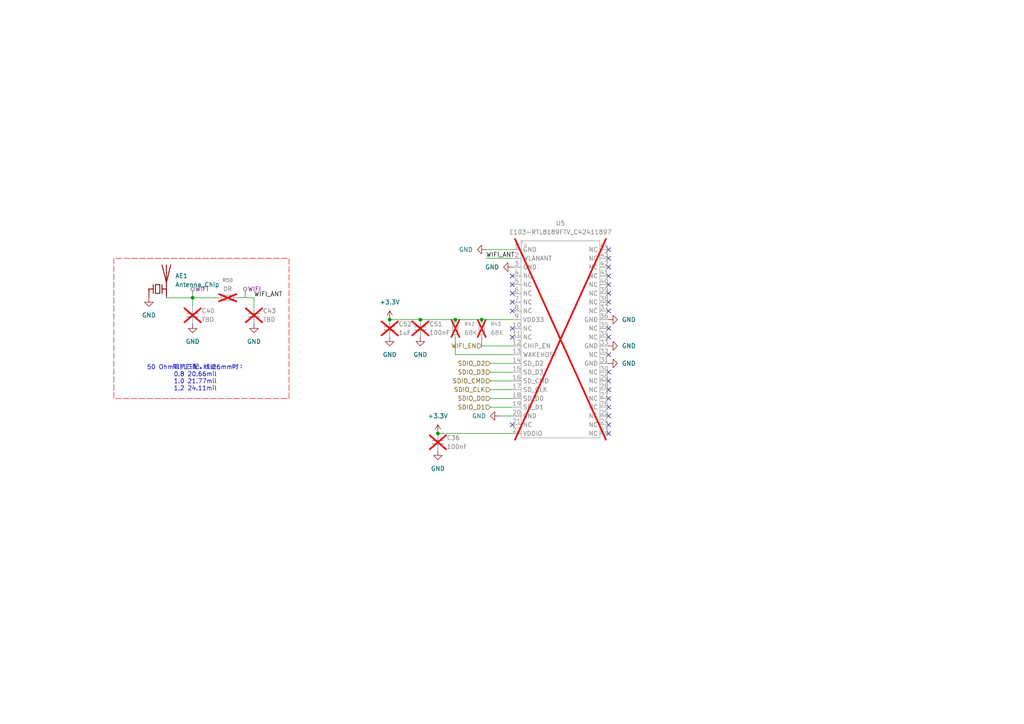
<source format=kicad_sch>
(kicad_sch (version 20250114) (generator "eeschema") (generator_version "9.0")
  (paper "A4")
  (title_block (title "明日方舟电子通行证") (date "2025-11-19") (rev "V0.2") (company "Shirogane Tsumugi"))
  (lib_symbols
    (symbol "Device:Antenna_Chip" (pin_numbers (hide yes)) (pin_names (offset 1.016) (hide yes))
      (property "Reference" "AE" (at 0 5.08 0))
      (property "Value" "Antenna_Chip" (at 0 3.175 0))
      (symbol "Antenna_Chip_0_1"
        (polyline (pts (xy -2.54 0) (xy -2.54 -0.635)) (stroke (width 0.254)))
        (polyline (pts (xy -2.54 0) (xy -1.27 0)) (stroke (width 0.254)))
        (polyline (pts (xy -1.27 1.27) (xy -1.27 -1.27) (xy -1.27 0)) (stroke (width 0.254)))
        (polyline (pts (xy -0.635 1.27) (xy 0.635 1.27) (xy 0.635 -1.27) (xy -0.635 -1.27) (xy -0.635 1.27)) (stroke (width 0.254)))
        (polyline (pts (xy 1.27 1.27) (xy 1.27 -1.27)) (stroke (width 0.254)))
        (polyline (pts (xy 1.27 0) (xy 2.54 0)) (stroke (width 0.254)))
        (polyline (pts (xy 2.54 6.985) (xy 2.54 -1.905)) (stroke (width 0.254)))
        (polyline (pts (xy 2.54 -0.635) (xy 2.54 0)))
        (polyline (pts (xy 3.81 6.985) (xy 2.54 1.905) (xy 1.27 6.985)) (stroke (width 0.254)))
      )
      (symbol "Antenna_Chip_1_1"
        (pin input line (at -2.54 -2.54 90) (length 2.54) (name "FEED") (number "1"))
        (pin passive line (at 2.54 -2.54 90) (length 2.54) (name "PCB_Trace") (number "2"))
      )
    )
    (symbol "Device:C_Small" (pin_numbers (hide yes)) (pin_names (offset 0.254) (hide yes))
      (property "Reference" "C" (at 0.254 1.778 0))
      (property "Value" "C_Small" (at 0.254 -2.032 0))
      (symbol "C_Small_0_1"
        (polyline (pts (xy -1.524 0.508) (xy 1.524 0.508)) (stroke (width 0.3048)))
        (polyline (pts (xy -1.524 -0.508) (xy 1.524 -0.508)) (stroke (width 0.3302)))
      )
      (symbol "C_Small_1_1"
        (pin passive line (at 0 2.54 270) (length 2.032) (name "~") (number "1"))
        (pin passive line (at 0 -2.54 90) (length 2.032) (name "~") (number "2"))
      )
    )
    (symbol "Device:R_Small" (pin_numbers (hide yes)) (pin_names (offset 0.254) (hide yes))
      (property "Reference" "R" (at 0 0 90))
      (property "Value" "R_Small" (at 1.778 0 90))
      (symbol "R_Small_0_1"
        (rectangle (start -0.762 1.778) (end 0.762 -1.778) (stroke (width 0.2032)))
      )
      (symbol "R_Small_1_1"
        (pin passive line (at 0 2.54 270) (length 0.762) (name "~") (number "1"))
        (pin passive line (at 0 -2.54 90) (length 0.762) (name "~") (number "2"))
      )
    )
    (symbol "EasyEDA:E103-RTL8189FTV_C42411897"
      (property "Reference" "U" (at 0 33.02 0))
      (property "Value" "E103-RTL8189FTV_C42411897" (at 0 -30.48 0))
      (symbol "E103-RTL8189FTV_C42411897_0_1"
        (rectangle (start -12.7 30.48) (end -12.19 29.97) (fill (type background)))
        (rectangle (start -12.7 30.48) (end 10.16 -26.67))
        (circle (center -11.43 29.21) (radius 0.38))
        (pin unspecified line (at -15.24 27.94 0) (length 2.54) (name "GND") (number "1"))
        (pin unspecified line (at -15.24 25.4 0) (length 2.54) (name "WLANANT") (number "2"))
        (pin unspecified line (at -15.24 22.86 0) (length 2.54) (name "GND") (number "3"))
        (pin unspecified line (at -15.24 20.32 0) (length 2.54) (name "NC") (number "4"))
        (pin unspecified line (at -15.24 17.78 0) (length 2.54) (name "NC") (number "5"))
        (pin unspecified line (at -15.24 15.24 0) (length 2.54) (name "NC") (number "6"))
        (pin unspecified line (at -15.24 12.7 0) (length 2.54) (name "NC") (number "7"))
        (pin unspecified line (at -15.24 10.16 0) (length 2.54) (name "NC") (number "8"))
        (pin unspecified line (at -15.24 7.62 0) (length 2.54) (name "VDD33") (number "9"))
        (pin unspecified line (at -15.24 5.08 0) (length 2.54) (name "NC") (number "10"))
        (pin unspecified line (at -15.24 2.54 0) (length 2.54) (name "NC") (number "11"))
        (pin unspecified line (at -15.24 0 0) (length 2.54) (name "CHIP_EN") (number "12"))
        (pin unspecified line (at -15.24 -2.54 0) (length 2.54) (name "WAKEHOST") (number "13"))
        (pin unspecified line (at -15.24 -5.08 0) (length 2.54) (name "SD_D2") (number "14"))
        (pin unspecified line (at -15.24 -7.62 0) (length 2.54) (name "SD_D3") (number "15"))
        (pin unspecified line (at -15.24 -10.16 0) (length 2.54) (name "SD_CMD") (number "16"))
        (pin unspecified line (at -15.24 -12.7 0) (length 2.54) (name "SD_CLK") (number "17"))
        (pin unspecified line (at -15.24 -15.24 0) (length 2.54) (name "SD_D0") (number "18"))
        (pin unspecified line (at -15.24 -17.78 0) (length 2.54) (name "SD_D1") (number "19"))
        (pin unspecified line (at -15.24 -20.32 0) (length 2.54) (name "GND") (number "20"))
        (pin unspecified line (at -15.24 -22.86 0) (length 2.54) (name "NC") (number "21"))
        (pin unspecified line (at -15.24 -25.4 0) (length 2.54) (name "VDDIO") (number "22"))
        (pin unspecified line (at 12.7 27.94 180) (length 2.54) (name "NC") (number "44"))
        (pin unspecified line (at 12.7 25.4 180) (length 2.54) (name "NC") (number "43"))
        (pin unspecified line (at 12.7 22.86 180) (length 2.54) (name "NC") (number "42"))
        (pin unspecified line (at 12.7 20.32 180) (length 2.54) (name "NC") (number "41"))
        (pin unspecified line (at 12.7 17.78 180) (length 2.54) (name "NC") (number "40"))
        (pin unspecified line (at 12.7 15.24 180) (length 2.54) (name "NC") (number "39"))
        (pin unspecified line (at 12.7 12.7 180) (length 2.54) (name "NC") (number "38"))
        (pin unspecified line (at 12.7 10.16 180) (length 2.54) (name "NC") (number "37"))
        (pin unspecified line (at 12.7 7.62 180) (length 2.54) (name "GND") (number "36"))
        (pin unspecified line (at 12.7 5.08 180) (length 2.54) (name "NC") (number "35"))
        (pin unspecified line (at 12.7 2.54 180) (length 2.54) (name "NC") (number "34"))
        (pin unspecified line (at 12.7 0 180) (length 2.54) (name "GND") (number "33"))
        (pin unspecified line (at 12.7 -2.54 180) (length 2.54) (name "NC") (number "32"))
        (pin unspecified line (at 12.7 -5.08 180) (length 2.54) (name "GND") (number "31"))
        (pin unspecified line (at 12.7 -7.62 180) (length 2.54) (name "NC") (number "30"))
        (pin unspecified line (at 12.7 -10.16 180) (length 2.54) (name "NC") (number "29"))
        (pin unspecified line (at 12.7 -12.7 180) (length 2.54) (name "NC") (number "28"))
        (pin unspecified line (at 12.7 -15.24 180) (length 2.54) (name "NC") (number "27"))
        (pin unspecified line (at 12.7 -17.78 180) (length 2.54) (name "NC") (number "26"))
        (pin unspecified line (at 12.7 -20.32 180) (length 2.54) (name "NC") (number "25"))
        (pin unspecified line (at 12.7 -22.86 180) (length 2.54) (name "NC") (number "24"))
        (pin unspecified line (at 12.7 -25.4 180) (length 2.54) (name "NC") (number "23"))
      )
    )
    (symbol "power:+3.3V" (power) (pin_numbers (hide yes)) (pin_names (offset 0) (hide yes))
      (property "Value" "+3.3V" (at 0 3.556 0))
      (symbol "+3.3V_0_1"
        (polyline (pts (xy -0.762 1.27) (xy 0 2.54)))
        (polyline (pts (xy 0 2.54) (xy 0.762 1.27)))
        (polyline (pts (xy 0 0) (xy 0 2.54)))
      )
      (symbol "+3.3V_1_1"
        (pin power_in line (at 0 0 90) (length 0) (name "~") (number "1"))
      )
    )
    (symbol "power:GND" (power) (pin_numbers (hide yes)) (pin_names (offset 0) (hide yes))
      (property "Value" "GND" (at 0 -3.81 0))
      (symbol "GND_0_1"
        (polyline (pts (xy 0 0) (xy 0 -1.27) (xy 1.27 -1.27) (xy 0 -2.54) (xy -1.27 -1.27) (xy 0 -1.27)))
      )
      (symbol "GND_1_1"
        (pin power_in line (at 0 0 270) (length 0) (name "~") (number "1"))
      )
    )
  )
  (text "50 Ohm阻抗匹配。线迹6mm时：\n0.8 20.66mil\n1.0 21.77mil\n1.2 24.11mil" (at 56.642 109.728 0) (effects (font (size 1.27 1.27))))
  (junction (at 121.92 92.71))
  (junction (at 113.03 92.71))
  (junction (at 132.08 92.71))
  (junction (at 127 125.73))
  (junction (at 139.7 92.71))
  (junction (at 55.88 86.36))
  (no_connect (at 176.53 125.73))
  (no_connect (at 176.53 113.03))
  (no_connect (at 176.53 120.65))
  (no_connect (at 148.59 90.17))
  (no_connect (at 176.53 118.11))
  (no_connect (at 176.53 85.09))
  (no_connect (at 176.53 80.01))
  (no_connect (at 148.59 85.09))
  (no_connect (at 176.53 90.17))
  (no_connect (at 148.59 95.25))
  (no_connect (at 148.59 97.79))
  (no_connect (at 176.53 110.49))
  (no_connect (at 176.53 77.47))
  (no_connect (at 148.59 123.19))
  (no_connect (at 176.53 82.55))
  (no_connect (at 176.53 72.39))
  (no_connect (at 148.59 82.55))
  (no_connect (at 148.59 87.63))
  (no_connect (at 176.53 95.25))
  (no_connect (at 148.59 80.01))
  (no_connect (at 176.53 107.95))
  (no_connect (at 176.53 97.79))
  (no_connect (at 176.53 115.57))
  (no_connect (at 176.53 87.63))
  (no_connect (at 176.53 102.87))
  (no_connect (at 176.53 74.93))
  (no_connect (at 176.53 123.19))
  (wire (pts (xy 113.03 92.71) (xy 121.92 92.71)))
  (wire (pts (xy 139.7 97.79) (xy 139.7 100.33)))
  (wire (pts (xy 73.66 86.36) (xy 73.66 88.9)))
  (wire (pts (xy 142.24 118.11) (xy 148.59 118.11)))
  (wire (pts (xy 142.24 113.03) (xy 148.59 113.03)))
  (wire (pts (xy 121.92 92.71) (xy 132.08 92.71)))
  (wire (pts (xy 142.24 107.95) (xy 148.59 107.95)))
  (wire (pts (xy 139.7 100.33) (xy 148.59 100.33)))
  (wire (pts (xy 48.26 86.36) (xy 55.88 86.36)))
  (wire (pts (xy 132.08 92.71) (xy 139.7 92.71)))
  (wire (pts (xy 132.08 102.87) (xy 148.59 102.87)))
  (wire (pts (xy 127 125.73) (xy 148.59 125.73)))
  (wire (pts (xy 140.97 74.93) (xy 148.59 74.93)))
  (wire (pts (xy 68.58 86.36) (xy 73.66 86.36)))
  (wire (pts (xy 142.24 110.49) (xy 148.59 110.49)))
  (wire (pts (xy 142.24 115.57) (xy 148.59 115.57)))
  (wire (pts (xy 139.7 92.71) (xy 148.59 92.71)))
  (wire (pts (xy 55.88 86.36) (xy 55.88 88.9)))
  (wire (pts (xy 144.78 120.65) (xy 148.59 120.65)))
  (wire (pts (xy 140.97 72.39) (xy 148.59 72.39)))
  (wire (pts (xy 142.24 105.41) (xy 148.59 105.41)))
  (wire (pts (xy 132.08 97.79) (xy 132.08 102.87)))
  (wire (pts (xy 63.5 86.36) (xy 55.88 86.36)))
  (label "WIFI_ANT" (at 73.66 86.36 0))
  (label "WIFI_ANT" (at 140.97 74.93 0))
  (hierarchical_label "SDIO_D0" (shape input) (at 142.24 115.57 180))
  (hierarchical_label "SDIO_D3" (shape input) (at 142.24 107.95 180))
  (hierarchical_label "SDIO_D2" (shape input) (at 142.24 105.41 180))
  (hierarchical_label "SDIO_CMD" (shape input) (at 142.24 110.49 180))
  (hierarchical_label "WIFI_EN" (shape input) (at 139.7 100.33 180))
  (hierarchical_label "SDIO_CLK" (shape input) (at 142.24 113.03 180))
  (hierarchical_label "SDIO_D1" (shape input) (at 142.24 118.11 180))
  (rule_area (polyline (pts (xy 33.02 74.93) (xy 33.02 115.57) (xy 83.82 115.57) (xy 83.82 74.93)) (stroke (width 0) (type dash))))
  (netclass_flag "" (length 2.54) (shape round) (at 55.88 86.36 0) (property "Netclass" "WIFI" (at 56.5785 83.82 0) (effects (justify left))))
  (netclass_flag "" (length 2.54) (shape round) (at 71.12 86.36 0) (property "Netclass" "WIFI" (at 71.8185 83.82 0) (effects (justify left))))
  (symbol (lib_id "power:GND") (at 176.53 105.41 90) (unit 1)
    (property "Reference" "#PWR0143" (effects (hide yes)))
    (property "Value" "GND" (at 180.34 105.4099 90) (effects (justify right)))
    (property "Description" "Power symbol creates a global label with name \"GND\" , ground" (effects (hide yes)))
  )
  (symbol (lib_id "Device:R_Small") (at 139.7 95.25 0) (unit 1) (dnp yes)
    (property "Reference" "R43" (at 142.24 93.9799 0) (effects (font (size 1.016 1.016)) (justify left)))
    (property "Value" "68K" (at 142.24 96.5199 0) (effects (justify left)))
    (property "Footprint" "Resistor_SMD:R_0603_1608Metric" (effects (hide yes)))
    (property "Description" "Resistor, small symbol" (effects (hide yes)))
  )
  (symbol (lib_id "Device:R_Small") (at 66.04 86.36 90) (unit 1) (dnp yes)
    (property "Reference" "R50" (at 66.04 81.28 90) (effects (font (size 1.016 1.016))))
    (property "Value" "0R" (at 66.04 83.82 90))
    (property "Footprint" "Resistor_SMD:R_0603_1608Metric" (effects (hide yes)))
    (property "Description" "Resistor, small symbol" (effects (hide yes)))
  )
  (symbol (lib_id "power:GND") (at 113.03 97.79 0) (unit 1)
    (property "Reference" "#PWR0141" (effects (hide yes)))
    (property "Value" "GND" (at 113.03 102.87 0))
    (property "Description" "Power symbol creates a global label with name \"GND\" , ground" (effects (hide yes)))
  )
  (symbol (lib_id "power:+3.3V") (at 127 125.73 0) (unit 1)
    (property "Reference" "#PWR096" (effects (hide yes)))
    (property "Value" "+3.3V" (at 127 120.65 0))
    (property "Description" "Power symbol creates a global label with name \"+3.3V\"" (effects (hide yes)))
  )
  (symbol (lib_id "EasyEDA:E103-RTL8189FTV_C42411897") (at 163.83 100.33 0) (unit 1) (dnp yes)
    (property "Reference" "U5" (at 162.56 64.77 0))
    (property "Value" "E103-RTL8189FTV_C42411897" (at 162.56 67.31 0))
    (property "Footprint" "EasyEDA:WIRELM-SMD_E103-RTL8189FTV" (effects (hide yes)))
    (property "LCSC Part" "C42411897" (effects (hide yes)))
  )
  (symbol (lib_id "power:GND") (at 55.88 93.98 0) (unit 1)
    (property "Reference" "#PWR0114" (effects (hide yes)))
    (property "Value" "GND" (at 55.88 99.06 0))
    (property "Description" "Power symbol creates a global label with name \"GND\" , ground" (effects (hide yes)))
  )
  (symbol (lib_id "power:GND") (at 73.66 93.98 0) (unit 1)
    (property "Reference" "#PWR0119" (effects (hide yes)))
    (property "Value" "GND" (at 73.66 99.06 0))
    (property "Description" "Power symbol creates a global label with name \"GND\" , ground" (effects (hide yes)))
  )
  (symbol (lib_id "power:+3.3V") (at 113.03 92.71 0) (unit 1)
    (property "Reference" "#PWR0101" (effects (hide yes)))
    (property "Value" "+3.3V" (at 113.03 87.63 0))
    (property "Description" "Power symbol creates a global label with name \"+3.3V\"" (effects (hide yes)))
  )
  (symbol (lib_id "power:GND") (at 176.53 100.33 90) (unit 1)
    (property "Reference" "#PWR0144" (effects (hide yes)))
    (property "Value" "GND" (at 180.34 100.3299 90) (effects (justify right)))
    (property "Description" "Power symbol creates a global label with name \"GND\" , ground" (effects (hide yes)))
  )
  (symbol (lib_id "power:GND") (at 43.18 86.36 0) (unit 1)
    (property "Reference" "#PWR0113" (effects (hide yes)))
    (property "Value" "GND" (at 43.18 91.44 0))
    (property "Description" "Power symbol creates a global label with name \"GND\" , ground" (effects (hide yes)))
  )
  (symbol (lib_id "power:GND") (at 176.53 92.71 90) (unit 1)
    (property "Reference" "#PWR0145" (effects (hide yes)))
    (property "Value" "GND" (at 180.34 92.7099 90) (effects (justify right)))
    (property "Description" "Power symbol creates a global label with name \"GND\" , ground" (effects (hide yes)))
  )
  (symbol (lib_id "power:GND") (at 127 130.81 0) (unit 1)
    (property "Reference" "#PWR097" (effects (hide yes)))
    (property "Value" "GND" (at 127 135.89 0))
    (property "Description" "Power symbol creates a global label with name \"GND\" , ground" (effects (hide yes)))
  )
  (symbol (lib_id "Device:C_Small") (at 113.03 95.25 0) (unit 1) (dnp yes)
    (property "Reference" "C52" (at 115.57 93.9862 0) (effects (justify left)))
    (property "Value" "1uF" (at 115.57 96.5262 0) (effects (justify left)))
    (property "Footprint" "Capacitor_SMD:C_0603_1608Metric" (effects (hide yes)))
    (property "Description" "Unpolarized capacitor, small symbol" (effects (hide yes)))
  )
  (symbol (lib_id "Device:C_Small") (at 73.66 91.44 0) (unit 1) (dnp yes)
    (property "Reference" "C43" (at 76.2 90.1762 0) (effects (justify left)))
    (property "Value" "TBD" (at 76.2 92.7162 0) (effects (justify left)))
    (property "Footprint" "Capacitor_SMD:C_0603_1608Metric" (effects (hide yes)))
    (property "Description" "Unpolarized capacitor, small symbol" (effects (hide yes)))
  )
  (symbol (lib_id "Device:Antenna_Chip") (at 45.72 83.82 0) (unit 1) (in_bom no)
    (property "Reference" "AE1" (at 50.8 80.0099 0) (effects (justify left)))
    (property "Value" "Antenna_Chip" (at 50.8 82.5499 0) (effects (justify left)))
    (property "Footprint" "shirogane:ESPRESSIF_ESP32_MIFA_2.4GHz_LEFT" (effects (hide yes)))
    (property "Description" "Ceramic chip antenna with pin for PCB trace" (effects (hide yes)))
  )
  (symbol (lib_id "Device:R_Small") (at 132.08 95.25 0) (unit 1) (dnp yes)
    (property "Reference" "R42" (at 134.62 93.9799 0) (effects (font (size 1.016 1.016)) (justify left)))
    (property "Value" "68K" (at 134.62 96.5199 0) (effects (justify left)))
    (property "Footprint" "Resistor_SMD:R_0603_1608Metric" (effects (hide yes)))
    (property "Description" "Resistor, small symbol" (effects (hide yes)))
  )
  (symbol (lib_id "Device:C_Small") (at 127 128.27 0) (unit 1) (dnp yes)
    (property "Reference" "C36" (at 129.54 127.0062 0) (effects (justify left)))
    (property "Value" "100nF" (at 129.54 129.5462 0) (effects (justify left)))
    (property "Footprint" "Capacitor_SMD:C_0603_1608Metric" (effects (hide yes)))
    (property "Description" "Unpolarized capacitor, small symbol" (effects (hide yes)))
  )
  (symbol (lib_id "Device:C_Small") (at 121.92 95.25 0) (unit 1) (dnp yes)
    (property "Reference" "C51" (at 124.46 93.9862 0) (effects (justify left)))
    (property "Value" "100nF" (at 124.46 96.5262 0) (effects (justify left)))
    (property "Footprint" "Capacitor_SMD:C_0603_1608Metric" (effects (hide yes)))
    (property "Description" "Unpolarized capacitor, small symbol" (effects (hide yes)))
  )
  (symbol (lib_id "power:GND") (at 140.97 72.39 270) (unit 1)
    (property "Reference" "#PWR099" (effects (hide yes)))
    (property "Value" "GND" (at 137.16 72.3899 90) (effects (justify right)))
    (property "Description" "Power symbol creates a global label with name \"GND\" , ground" (effects (hide yes)))
  )
  (symbol (lib_id "Device:C_Small") (at 55.88 91.44 0) (unit 1) (dnp yes)
    (property "Reference" "C40" (at 58.42 90.1762 0) (effects (justify left)))
    (property "Value" "TBD" (at 58.42 92.7162 0) (effects (justify left)))
    (property "Footprint" "Capacitor_SMD:C_0603_1608Metric" (effects (hide yes)))
    (property "Description" "Unpolarized capacitor, small symbol" (effects (hide yes)))
  )
  (symbol (lib_id "power:GND") (at 144.78 120.65 270) (unit 1)
    (property "Reference" "#PWR0142" (effects (hide yes)))
    (property "Value" "GND" (at 140.97 120.6499 90) (effects (justify right)))
    (property "Description" "Power symbol creates a global label with name \"GND\" , ground" (effects (hide yes)))
  )
  (symbol (lib_id "power:GND") (at 148.59 77.47 270) (unit 1)
    (property "Reference" "#PWR0100" (effects (hide yes)))
    (property "Value" "GND" (at 144.78 77.4699 90) (effects (justify right)))
    (property "Description" "Power symbol creates a global label with name \"GND\" , ground" (effects (hide yes)))
  )
  (symbol (lib_id "power:GND") (at 121.92 97.79 0) (unit 1)
    (property "Reference" "#PWR0140" (effects (hide yes)))
    (property "Value" "GND" (at 121.92 102.87 0))
    (property "Description" "Power symbol creates a global label with name \"GND\" , ground" (effects (hide yes)))
  )
)
</source>
